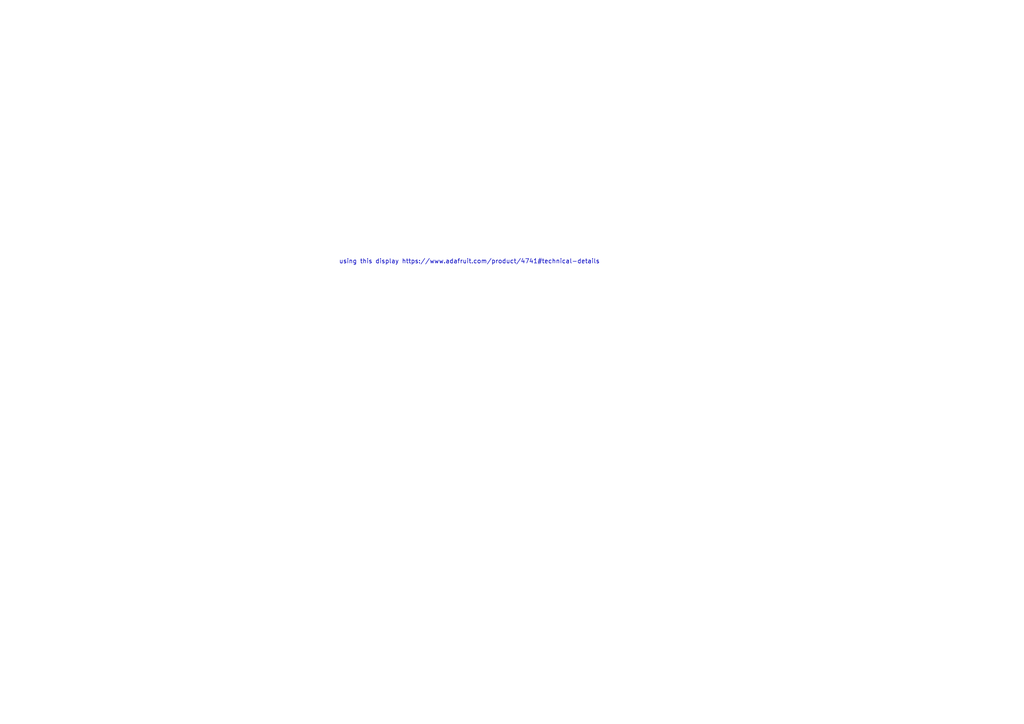
<source format=kicad_sch>
(kicad_sch
	(version 20250114)
	(generator "eeschema")
	(generator_version "9.0")
	(uuid "7f164302-15ab-4701-bce0-c9cb95dda467")
	(paper "A4")
	(lib_symbols)
	(text "using this display https://www.adafruit.com/product/4741#technical-details"
		(exclude_from_sim no)
		(at 136.144 75.946 0)
		(effects
			(font
				(size 1.27 1.27)
			)
		)
		(uuid "1abbefc7-ea92-430c-aaef-19583fa8f4eb")
	)
)

</source>
